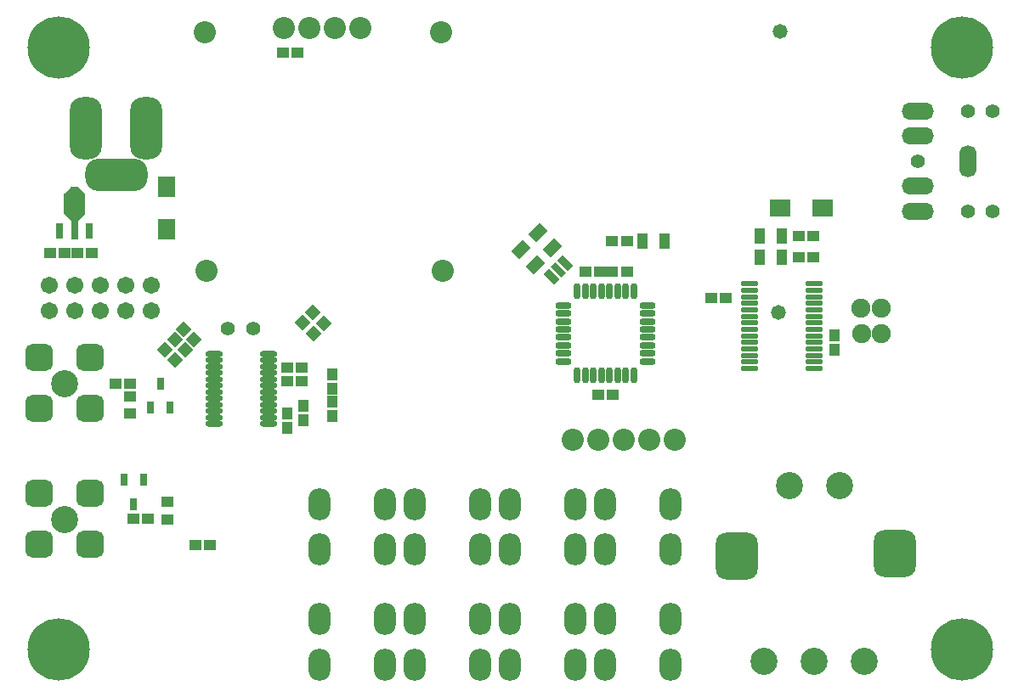
<source format=gts>
G04*
G04 #@! TF.GenerationSoftware,Altium Limited,Altium Designer,19.1.8 (144)*
G04*
G04 Layer_Color=8388736*
%FSLAX44Y44*%
%MOMM*%
G71*
G01*
G75*
%ADD38R,0.8032X2.0032*%
%ADD39R,0.8032X1.6032*%
%ADD40R,1.1532X1.1032*%
%ADD41R,1.7032X2.0032*%
%ADD42R,1.1032X1.1532*%
%ADD43R,1.0532X1.5532*%
G04:AMPARAMS|DCode=44|XSize=1.6032mm|YSize=1.1032mm|CornerRadius=0mm|HoleSize=0mm|Usage=FLASHONLY|Rotation=225.000|XOffset=0mm|YOffset=0mm|HoleType=Round|Shape=Rectangle|*
%AMROTATEDRECTD44*
4,1,4,0.1768,0.9569,0.9569,0.1768,-0.1768,-0.9569,-0.9569,-0.1768,0.1768,0.9569,0.0*
%
%ADD44ROTATEDRECTD44*%

G04:AMPARAMS|DCode=45|XSize=0.8032mm|YSize=1.5032mm|CornerRadius=0mm|HoleSize=0mm|Usage=FLASHONLY|Rotation=225.000|XOffset=0mm|YOffset=0mm|HoleType=Round|Shape=Rectangle|*
%AMROTATEDRECTD45*
4,1,4,-0.2475,0.8154,0.8154,-0.2475,0.2475,-0.8154,-0.8154,0.2475,-0.2475,0.8154,0.0*
%
%ADD45ROTATEDRECTD45*%

G04:AMPARAMS|DCode=46|XSize=0.6032mm|YSize=1.5032mm|CornerRadius=0mm|HoleSize=0mm|Usage=FLASHONLY|Rotation=225.000|XOffset=0mm|YOffset=0mm|HoleType=Round|Shape=Rectangle|*
%AMROTATEDRECTD46*
4,1,4,-0.3182,0.7447,0.7447,-0.3182,0.3182,-0.7447,-0.7447,0.3182,-0.3182,0.7447,0.0*
%
%ADD46ROTATEDRECTD46*%

%ADD47R,2.0032X1.7032*%
%ADD48R,1.2032X1.1032*%
%ADD49R,0.8032X1.2032*%
G04:AMPARAMS|DCode=50|XSize=1.1032mm|YSize=1.1532mm|CornerRadius=0mm|HoleSize=0mm|Usage=FLASHONLY|Rotation=45.000|XOffset=0mm|YOffset=0mm|HoleType=Round|Shape=Rectangle|*
%AMROTATEDRECTD50*
4,1,4,0.0177,-0.7978,-0.7978,0.0177,-0.0177,0.7978,0.7978,-0.0177,0.0177,-0.7978,0.0*
%
%ADD50ROTATEDRECTD50*%

%ADD51O,1.7032X0.6532*%
G04:AMPARAMS|DCode=52|XSize=1.1032mm|YSize=1.1532mm|CornerRadius=0mm|HoleSize=0mm|Usage=FLASHONLY|Rotation=315.000|XOffset=0mm|YOffset=0mm|HoleType=Round|Shape=Rectangle|*
%AMROTATEDRECTD52*
4,1,4,-0.7978,-0.0177,0.0177,0.7978,0.7978,0.0177,-0.0177,-0.7978,-0.7978,-0.0177,0.0*
%
%ADD52ROTATEDRECTD52*%

%ADD53O,1.7032X0.5832*%
%ADD54O,1.6032X0.7032*%
%ADD55O,0.7032X1.6032*%
%ADD56C,1.7032*%
G04:AMPARAMS|DCode=57|XSize=6.2032mm|YSize=3.2032mm|CornerRadius=1.3016mm|HoleSize=0mm|Usage=FLASHONLY|Rotation=180.000|XOffset=0mm|YOffset=0mm|HoleType=Round|Shape=RoundedRectangle|*
%AMROUNDEDRECTD57*
21,1,6.2032,0.6000,0,0,180.0*
21,1,3.6000,3.2032,0,0,180.0*
1,1,2.6032,-1.8000,0.3000*
1,1,2.6032,1.8000,0.3000*
1,1,2.6032,1.8000,-0.3000*
1,1,2.6032,-1.8000,-0.3000*
%
%ADD57ROUNDEDRECTD57*%
G04:AMPARAMS|DCode=58|XSize=6.2032mm|YSize=3.2032mm|CornerRadius=1.3016mm|HoleSize=0mm|Usage=FLASHONLY|Rotation=270.000|XOffset=0mm|YOffset=0mm|HoleType=Round|Shape=RoundedRectangle|*
%AMROUNDEDRECTD58*
21,1,6.2032,0.6000,0,0,270.0*
21,1,3.6000,3.2032,0,0,270.0*
1,1,2.6032,-0.3000,-1.8000*
1,1,2.6032,-0.3000,1.8000*
1,1,2.6032,0.3000,1.8000*
1,1,2.6032,0.3000,-1.8000*
%
%ADD58ROUNDEDRECTD58*%
%ADD59O,2.2032X3.2032*%
%ADD60C,2.7032*%
G04:AMPARAMS|DCode=61|XSize=4.2032mm|YSize=4.7032mm|CornerRadius=1.1016mm|HoleSize=0mm|Usage=FLASHONLY|Rotation=180.000|XOffset=0mm|YOffset=0mm|HoleType=Round|Shape=RoundedRectangle|*
%AMROUNDEDRECTD61*
21,1,4.2032,2.5000,0,0,180.0*
21,1,2.0000,4.7032,0,0,180.0*
1,1,2.2032,-1.0000,1.2500*
1,1,2.2032,1.0000,1.2500*
1,1,2.2032,1.0000,-1.2500*
1,1,2.2032,-1.0000,-1.2500*
%
%ADD61ROUNDEDRECTD61*%
%ADD62C,2.2032*%
%ADD63C,1.4032*%
%ADD64O,3.2032X1.7032*%
%ADD65O,1.7032X3.2032*%
%ADD66C,1.9032*%
G04:AMPARAMS|DCode=67|XSize=2.7032mm|YSize=2.7032mm|CornerRadius=0.7266mm|HoleSize=0mm|Usage=FLASHONLY|Rotation=0.000|XOffset=0mm|YOffset=0mm|HoleType=Round|Shape=RoundedRectangle|*
%AMROUNDEDRECTD67*
21,1,2.7032,1.2500,0,0,0.0*
21,1,1.2500,2.7032,0,0,0.0*
1,1,1.4532,0.6250,-0.6250*
1,1,1.4532,-0.6250,-0.6250*
1,1,1.4532,-0.6250,0.6250*
1,1,1.4532,0.6250,0.6250*
%
%ADD67ROUNDEDRECTD67*%
%ADD68C,6.2032*%
%ADD69C,1.4732*%
G36*
X69133Y511009D02*
X69264Y510984D01*
X69390Y510941D01*
X69509Y510882D01*
X69620Y510808D01*
X69720Y510720D01*
X76220Y504220D01*
X76308Y504120D01*
X76382Y504009D01*
X76441Y503890D01*
X76483Y503764D01*
X76509Y503633D01*
X76518Y503500D01*
Y484500D01*
X76509Y484367D01*
X76483Y484236D01*
X76441Y484110D01*
X76382Y483991D01*
X76308Y483880D01*
X76220Y483780D01*
X69720Y477280D01*
X69620Y477192D01*
X69509Y477118D01*
X69390Y477059D01*
X69264Y477016D01*
X69133Y476991D01*
X69000Y476982D01*
X63000Y476982D01*
X62867Y476991D01*
X62737Y477016D01*
X62610Y477059D01*
X62491Y477118D01*
X62380Y477192D01*
X62280Y477280D01*
X55780Y483780D01*
X55692Y483880D01*
X55618Y483991D01*
X55559Y484110D01*
X55517Y484236D01*
X55490Y484367D01*
X55482Y484500D01*
Y503500D01*
X55490Y503633D01*
X55517Y503764D01*
X55559Y503890D01*
X55618Y504009D01*
X55692Y504120D01*
X55780Y504220D01*
X62280Y510720D01*
X62380Y510808D01*
X62491Y510882D01*
X62610Y510941D01*
X62737Y510984D01*
X62867Y511009D01*
X63000Y511018D01*
X69000D01*
X69133Y511009D01*
D02*
G37*
D38*
X60000Y494000D02*
D03*
X72000D02*
D03*
X66000Y469000D02*
D03*
D39*
X81000Y467000D02*
D03*
X51000D02*
D03*
D40*
X56250Y445000D02*
D03*
X41750D02*
D03*
X69000D02*
D03*
X83500D02*
D03*
X186750Y154000D02*
D03*
X201250D02*
D03*
X616250Y457000D02*
D03*
X601750D02*
D03*
X288250Y645000D02*
D03*
X273750D02*
D03*
X714750Y400000D02*
D03*
X700250D02*
D03*
X802000Y441000D02*
D03*
X787500D02*
D03*
X802000Y462000D02*
D03*
X787500D02*
D03*
X589250Y427000D02*
D03*
X574750Y427000D02*
D03*
X616250Y427000D02*
D03*
X601750D02*
D03*
X602250Y304000D02*
D03*
X587750Y304000D02*
D03*
X139250Y180000D02*
D03*
X124750D02*
D03*
X121250Y315000D02*
D03*
X106750D02*
D03*
X277750Y331000D02*
D03*
X292250D02*
D03*
X277750Y317000D02*
D03*
X292250D02*
D03*
D41*
X157500Y511000D02*
D03*
Y469000D02*
D03*
D42*
X823000Y363250D02*
D03*
Y348750D02*
D03*
X294000Y293000D02*
D03*
Y278500D02*
D03*
X278000Y285000D02*
D03*
Y270500D02*
D03*
X323000Y309750D02*
D03*
Y324250D02*
D03*
Y297250D02*
D03*
Y282750D02*
D03*
D43*
X632000Y457000D02*
D03*
X654000D02*
D03*
X749000Y441000D02*
D03*
X771000D02*
D03*
X749000Y462000D02*
D03*
X771000D02*
D03*
D44*
X527575Y465425D02*
D03*
X542425Y450575D02*
D03*
X525425Y433575D02*
D03*
X510575Y448425D02*
D03*
D45*
X554717Y434717D02*
D03*
X541283Y421283D02*
D03*
D46*
X548000Y428000D02*
D03*
D47*
X811000Y490000D02*
D03*
X769000D02*
D03*
D48*
X159000Y196750D02*
D03*
Y179750D02*
D03*
X121000Y302000D02*
D03*
Y285000D02*
D03*
D49*
X125000Y195000D02*
D03*
X115500Y219000D02*
D03*
X134500Y219000D02*
D03*
X151500Y315000D02*
D03*
X161000Y291000D02*
D03*
X142000Y291000D02*
D03*
D50*
X185126Y358873D02*
D03*
X174874Y369127D02*
D03*
X176126Y348873D02*
D03*
X165874Y359127D02*
D03*
X166126Y338873D02*
D03*
X155873Y349127D02*
D03*
D51*
X259000Y275000D02*
D03*
Y281350D02*
D03*
Y287700D02*
D03*
Y294050D02*
D03*
Y300400D02*
D03*
Y306750D02*
D03*
Y313100D02*
D03*
Y319450D02*
D03*
Y325800D02*
D03*
Y332150D02*
D03*
Y338500D02*
D03*
Y344850D02*
D03*
X205000Y275000D02*
D03*
Y281350D02*
D03*
Y287700D02*
D03*
Y294050D02*
D03*
Y300400D02*
D03*
Y306750D02*
D03*
Y313100D02*
D03*
Y319450D02*
D03*
Y325800D02*
D03*
Y332150D02*
D03*
Y338500D02*
D03*
Y344850D02*
D03*
D52*
X292873Y375873D02*
D03*
X303127Y386127D02*
D03*
X303874Y364874D02*
D03*
X314126Y375126D02*
D03*
D53*
X802500Y330000D02*
D03*
Y336500D02*
D03*
Y343000D02*
D03*
Y349500D02*
D03*
Y356000D02*
D03*
Y362500D02*
D03*
Y369000D02*
D03*
Y375500D02*
D03*
Y382000D02*
D03*
Y388500D02*
D03*
Y395000D02*
D03*
Y401500D02*
D03*
Y408000D02*
D03*
Y414500D02*
D03*
X738500Y330000D02*
D03*
Y336500D02*
D03*
X738500Y343000D02*
D03*
X738500Y349500D02*
D03*
Y356000D02*
D03*
Y362500D02*
D03*
Y369000D02*
D03*
Y375500D02*
D03*
X738500Y382000D02*
D03*
X738500Y388500D02*
D03*
X738500Y395000D02*
D03*
X738500Y401500D02*
D03*
X738500Y408000D02*
D03*
X738500Y414500D02*
D03*
D54*
X637000Y393000D02*
D03*
Y385000D02*
D03*
Y377000D02*
D03*
Y369000D02*
D03*
Y361000D02*
D03*
Y353000D02*
D03*
Y345000D02*
D03*
Y337000D02*
D03*
X553000D02*
D03*
X553000Y345000D02*
D03*
Y353000D02*
D03*
Y361000D02*
D03*
Y369000D02*
D03*
Y377000D02*
D03*
X553000Y385000D02*
D03*
Y393000D02*
D03*
D55*
X623000Y323000D02*
D03*
X615000D02*
D03*
X607000D02*
D03*
X599000D02*
D03*
X591000D02*
D03*
X583000D02*
D03*
X575000D02*
D03*
X567000D02*
D03*
Y407000D02*
D03*
X575000D02*
D03*
X583000D02*
D03*
X591000D02*
D03*
X599000Y407000D02*
D03*
X607000D02*
D03*
X615000Y407000D02*
D03*
X623000D02*
D03*
D56*
X142600Y413000D02*
D03*
Y387600D02*
D03*
X117200D02*
D03*
Y413000D02*
D03*
X41000D02*
D03*
Y387600D02*
D03*
X66400Y413000D02*
D03*
Y387600D02*
D03*
X91800Y413000D02*
D03*
Y387600D02*
D03*
D57*
X107500Y523000D02*
D03*
D58*
X137500Y570000D02*
D03*
X77500D02*
D03*
D59*
X660000Y35000D02*
D03*
Y80000D02*
D03*
X595000Y35000D02*
D03*
Y80000D02*
D03*
Y195000D02*
D03*
Y150000D02*
D03*
X660000Y195000D02*
D03*
Y150000D02*
D03*
X565000Y150000D02*
D03*
Y195000D02*
D03*
X500000Y150000D02*
D03*
Y195000D02*
D03*
Y80000D02*
D03*
Y35000D02*
D03*
X565000Y80000D02*
D03*
Y35000D02*
D03*
X470000Y150000D02*
D03*
Y195000D02*
D03*
X405000Y150000D02*
D03*
Y195000D02*
D03*
Y80000D02*
D03*
Y35000D02*
D03*
X470000Y80000D02*
D03*
Y35000D02*
D03*
X375000Y150000D02*
D03*
Y195000D02*
D03*
X310000Y150000D02*
D03*
Y195000D02*
D03*
Y80000D02*
D03*
Y35000D02*
D03*
X375000Y80000D02*
D03*
Y35000D02*
D03*
D60*
X828000Y213000D02*
D03*
X778000D02*
D03*
X853000Y38000D02*
D03*
X803000D02*
D03*
X753000D02*
D03*
X56000Y179800D02*
D03*
Y315000D02*
D03*
D61*
X725500Y143000D02*
D03*
X883000Y145500D02*
D03*
D62*
X562200Y259000D02*
D03*
X587600D02*
D03*
X613000D02*
D03*
X638400D02*
D03*
X663800D02*
D03*
X325400Y670000D02*
D03*
X350800D02*
D03*
X300000D02*
D03*
X274600D02*
D03*
X195900Y665300D02*
D03*
X430900D02*
D03*
X432900Y427300D02*
D03*
X197900D02*
D03*
D63*
X906000Y537000D02*
D03*
X956000Y587000D02*
D03*
Y487000D02*
D03*
X981000D02*
D03*
Y587000D02*
D03*
X244250Y370250D02*
D03*
X219000Y370000D02*
D03*
D64*
X906000Y587000D02*
D03*
Y562000D02*
D03*
Y512000D02*
D03*
Y487000D02*
D03*
D65*
X956000Y537000D02*
D03*
D66*
X850000Y365000D02*
D03*
X870000D02*
D03*
X849400Y390000D02*
D03*
X870000D02*
D03*
D67*
X31000Y205800D02*
D03*
X81800D02*
D03*
X31000Y155000D02*
D03*
X81800D02*
D03*
X31000Y341000D02*
D03*
X81800D02*
D03*
X31000Y290200D02*
D03*
X81800D02*
D03*
D68*
X50000Y50000D02*
D03*
X950000D02*
D03*
X950000Y650000D02*
D03*
X50000D02*
D03*
D69*
X767410Y385631D02*
D03*
X769000Y666000D02*
D03*
M02*

</source>
